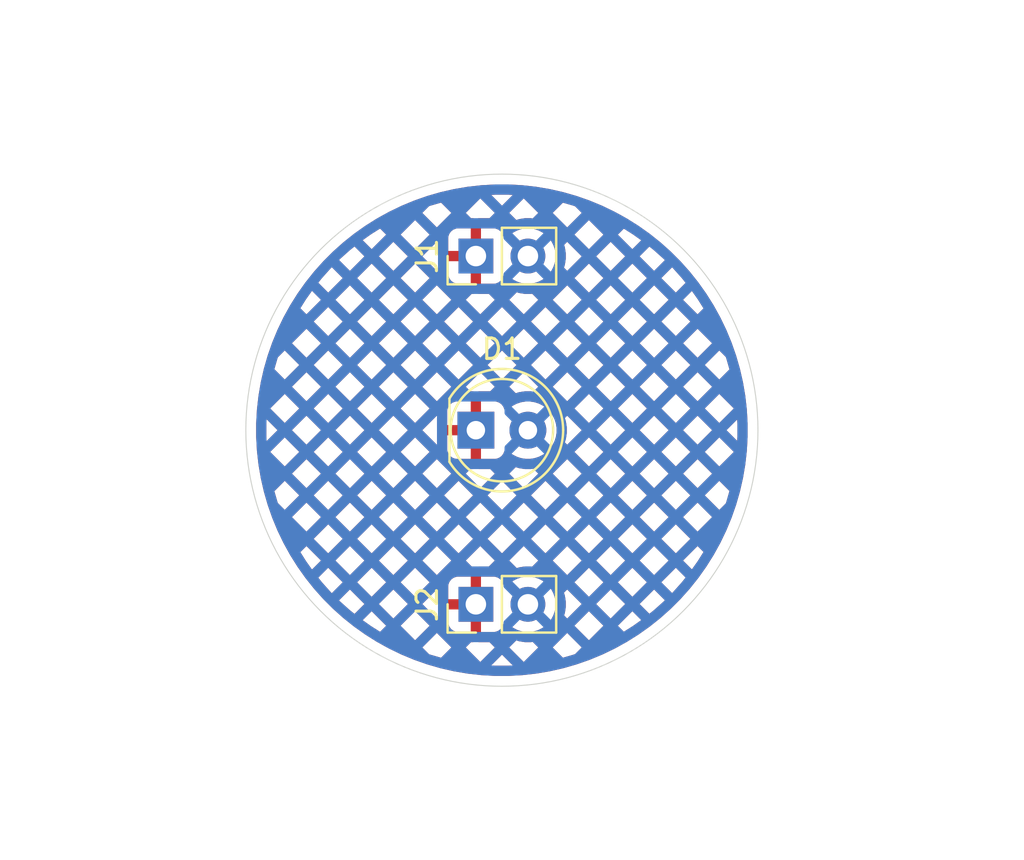
<source format=kicad_pcb>
(kicad_pcb (version 20241229) (generator "pcbnew") (generator_version "9.0")
  (title_block (title "LED Adapter PCB") (date "2025-04-02") (rev "1") (company "Tinkerpad"))
  (layers (0 "F.Cu" signal) (2 "B.Cu" signal) (13 "F.Paste" user) (15 "B.Paste" user) (5 "F.SilkS" user "F.Silkscreen") (7 "B.SilkS" user "B.Silkscreen") (1 "F.Mask" user) (3 "B.Mask" user) (25 "Edge.Cuts" user))
  (net 0 "")
  (net 1 "GND")
  (net 2 "VCC")
  (footprint "LED_THT:LED_D5.0mm" (layer "F.Cu") (at 146.23 100)
    (property "Reference" "D1" (at 1.27 -3.96 0) (layer "F.SilkS"))
    (property "Value" "LED")
    (fp_line (start -1.29 -1.545) (end -1.29 1.545) (stroke (width 0.12)) (layer "F.SilkS"))
    (fp_arc (start -1.29 -1.54483) (mid 2.071756 -2.880501) (end 4.26 -0.000048) (stroke (width 0.12)) (layer "F.SilkS"))
    (fp_arc (start 4.26 0.000048) (mid 2.071756 2.880501) (end -1.29 1.54483) (stroke (width 0.12)) (layer "F.SilkS"))
    (fp_circle (center 1.27 0) (end 3.77 0) (stroke (width 0.12)) (fill no) (layer "F.SilkS"))
    (pad "1" thru_hole rect (at 0 0) (size 1.8 1.8) (drill 0.9) (layers "*.Cu" "*.Mask") (net 1 "GND"))
    (pad "2" thru_hole circle (at 2.54 0) (size 1.8 1.8) (drill 0.9) (layers "*.Cu" "*.Mask") (net 2 "VCC"))
  )
  (footprint "Connector_PinHeader_2.54mm:PinHeader_1x02_P2.54mm_Vertical" (layer "F.Cu") (at 146.23 108.5 90)
    (property "Reference" "J2" (at 0 -2.38 90) (layer "F.SilkS"))
    (property "Value" "Conn_01x02_Pin")
    (fp_line (start -1.38 -1.38) (end 0 -1.38) (stroke (width 0.12)) (layer "F.SilkS"))
    (fp_line (start -1.38 0) (end -1.38 -1.38) (stroke (width 0.12)) (layer "F.SilkS"))
    (fp_line (start 1.38 1.27) (end 1.38 3.92) (stroke (width 0.12)) (layer "F.SilkS"))
    (fp_line (start -1.38 1.27) (end 1.38 1.27) (stroke (width 0.12)) (layer "F.SilkS"))
    (fp_line (start -1.38 1.27) (end -1.38 3.92) (stroke (width 0.12)) (layer "F.SilkS"))
    (fp_line (start -1.38 3.92) (end 1.38 3.92) (stroke (width 0.12)) (layer "F.SilkS"))
    (pad "1" thru_hole rect (at 0 0 90) (size 1.7 1.7) (drill 1) (layers "*.Cu" "*.Mask") (net 1 "GND"))
    (pad "2" thru_hole circle (at 0 2.54 90) (size 1.7 1.7) (drill 1) (layers "*.Cu" "*.Mask") (net 2 "VCC"))
  )
  (footprint "Connector_PinHeader_2.54mm:PinHeader_1x02_P2.54mm_Vertical" (layer "F.Cu") (at 146.23 91.5 90)
    (property "Reference" "J1" (at 0 -2.38 90) (layer "F.SilkS"))
    (property "Value" "Conn_01x02_Pin")
    (fp_line (start -1.38 -1.38) (end 0 -1.38) (stroke (width 0.12)) (layer "F.SilkS"))
    (fp_line (start -1.38 0) (end -1.38 -1.38) (stroke (width 0.12)) (layer "F.SilkS"))
    (fp_line (start 1.38 1.27) (end 1.38 3.92) (stroke (width 0.12)) (layer "F.SilkS"))
    (fp_line (start -1.38 1.27) (end 1.38 1.27) (stroke (width 0.12)) (layer "F.SilkS"))
    (fp_line (start -1.38 1.27) (end -1.38 3.92) (stroke (width 0.12)) (layer "F.SilkS"))
    (fp_line (start -1.38 3.92) (end 1.38 3.92) (stroke (width 0.12)) (layer "F.SilkS"))
    (pad "1" thru_hole rect (at 0 0 90) (size 1.7 1.7) (drill 1) (layers "*.Cu" "*.Mask") (net 1 "GND"))
    (pad "2" thru_hole circle (at 0 2.54 90) (size 1.7 1.7) (drill 1) (layers "*.Cu" "*.Mask") (net 2 "VCC"))
  )
  (gr_circle (center 147.5 100) (end 160 100) (stroke (width 0.05)) (fill no) (layer "Edge.Cuts"))
  (zone (net 1) (net_name "GND") (layer "F.Cu") (connect_pads (clearance 0.5)) (min_thickness 0.25) (fill yes (mode hatch) (thermal_gap 0.5) (thermal_bridge_width 0.5) (hatch_thickness 0.5) (hatch_gap 1) (hatch_orientation 45) (hatch_border_algorithm hatch_thickness) (hatch_min_hole_area 0.3))
    (polygon (pts (xy 123 81) (xy 124 121) (xy 173 121) (xy 173 79)))
  )
  (zone (net 2) (net_name "VCC") (layer "B.Cu") (priority 1) (connect_pads (clearance 0.5)) (min_thickness 0.25) (fill yes (mode hatch) (thermal_gap 0.5) (thermal_bridge_width 0.5) (hatch_thickness 0.5) (hatch_gap 1) (hatch_orientation 45) (hatch_border_algorithm hatch_thickness) (hatch_min_hole_area 0.3))
    (polygon (pts (xy 124 82) (xy 124 121) (xy 173 121) (xy 173 79)))
  )
)
</source>
